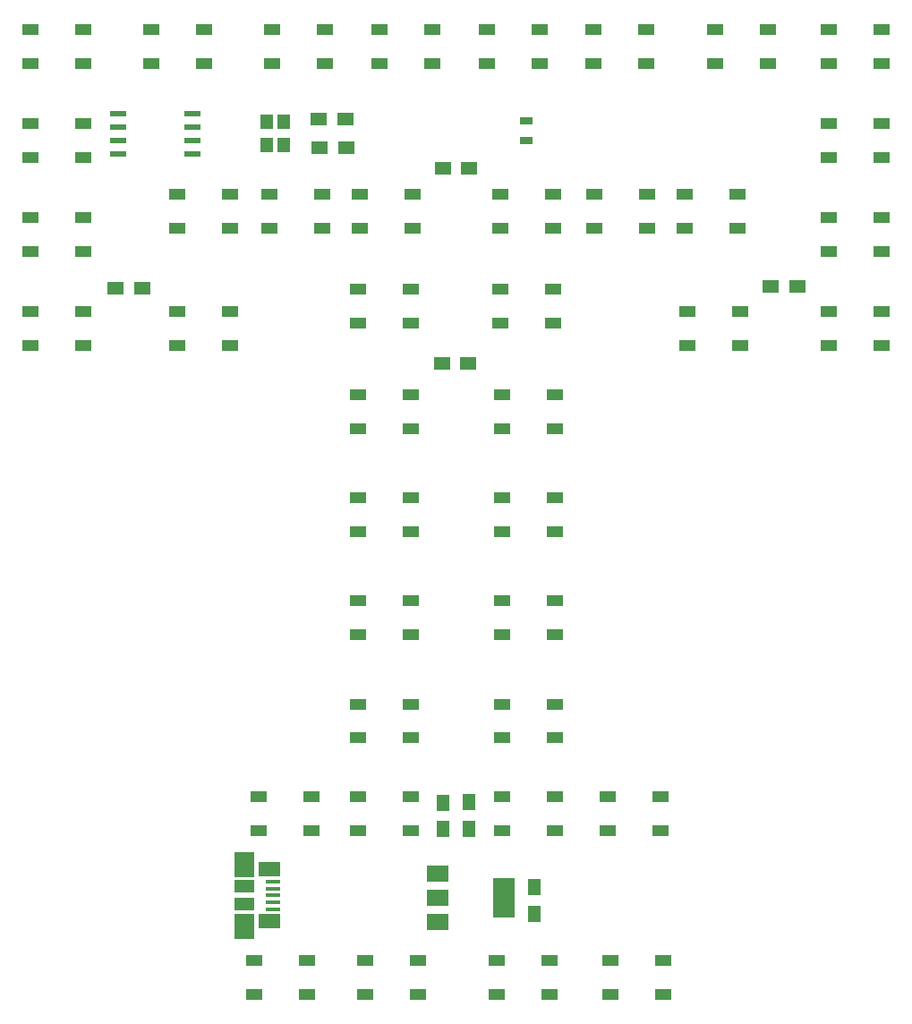
<source format=gbr>
G04 #@! TF.GenerationSoftware,KiCad,Pcbnew,(5.0.0)*
G04 #@! TF.CreationDate,2020-02-18T19:26:41-05:00*
G04 #@! TF.ProjectId,WS2812B Tiny T,575332383132422054696E7920542E6B,rev?*
G04 #@! TF.SameCoordinates,Original*
G04 #@! TF.FileFunction,Paste,Top*
G04 #@! TF.FilePolarity,Positive*
%FSLAX46Y46*%
G04 Gerber Fmt 4.6, Leading zero omitted, Abs format (unit mm)*
G04 Created by KiCad (PCBNEW (5.0.0)) date 02/18/20 19:26:41*
%MOMM*%
%LPD*%
G01*
G04 APERTURE LIST*
%ADD10R,1.600000X1.000000*%
%ADD11R,1.500000X1.250000*%
%ADD12R,1.250000X1.500000*%
%ADD13R,1.300000X0.700000*%
%ADD14R,1.550000X0.600000*%
%ADD15R,1.150000X1.400000*%
%ADD16R,2.100000X1.475000*%
%ADD17R,1.900000X1.175000*%
%ADD18R,1.900000X2.375000*%
%ADD19R,1.380000X0.450000*%
%ADD20R,2.000000X1.500000*%
%ADD21R,2.000000X3.800000*%
G04 APERTURE END LIST*
D10*
G04 #@! TO.C,U1*
X87162000Y-85712500D03*
X87162000Y-88912500D03*
X92162000Y-85712500D03*
X92162000Y-88912500D03*
G04 #@! TD*
G04 #@! TO.C,U2*
X92162000Y-80022500D03*
X92162000Y-76822500D03*
X87162000Y-80022500D03*
X87162000Y-76822500D03*
G04 #@! TD*
G04 #@! TO.C,U3*
X87162000Y-67932500D03*
X87162000Y-71132500D03*
X92162000Y-67932500D03*
X92162000Y-71132500D03*
G04 #@! TD*
G04 #@! TO.C,U4*
X92162000Y-62242500D03*
X92162000Y-59042500D03*
X87162000Y-62242500D03*
X87162000Y-59042500D03*
G04 #@! TD*
G04 #@! TO.C,U5*
X98592000Y-59042500D03*
X98592000Y-62242500D03*
X103592000Y-59042500D03*
X103592000Y-62242500D03*
G04 #@! TD*
G04 #@! TO.C,U6*
X115022000Y-62242500D03*
X115022000Y-59042500D03*
X110022000Y-62242500D03*
X110022000Y-59042500D03*
G04 #@! TD*
G04 #@! TO.C,U7*
X120182000Y-59042500D03*
X120182000Y-62242500D03*
X125182000Y-59042500D03*
X125182000Y-62242500D03*
G04 #@! TD*
G04 #@! TO.C,U8*
X135342000Y-62242500D03*
X135342000Y-59042500D03*
X130342000Y-62242500D03*
X130342000Y-59042500D03*
G04 #@! TD*
G04 #@! TO.C,U9*
X140462000Y-59042500D03*
X140462000Y-62242500D03*
X145462000Y-59042500D03*
X145462000Y-62242500D03*
G04 #@! TD*
G04 #@! TO.C,U10*
X156932000Y-62242500D03*
X156932000Y-59042500D03*
X151932000Y-62242500D03*
X151932000Y-59042500D03*
G04 #@! TD*
G04 #@! TO.C,U11*
X162727000Y-59042500D03*
X162727000Y-62242500D03*
X167727000Y-59042500D03*
X167727000Y-62242500D03*
G04 #@! TD*
G04 #@! TO.C,U12*
X167727000Y-71132500D03*
X167727000Y-67932500D03*
X162727000Y-71132500D03*
X162727000Y-67932500D03*
G04 #@! TD*
G04 #@! TO.C,U13*
X162727000Y-76822500D03*
X162727000Y-80022500D03*
X167727000Y-76822500D03*
X167727000Y-80022500D03*
G04 #@! TD*
G04 #@! TO.C,U15*
X154301000Y-88912500D03*
X154301000Y-85712500D03*
X149301000Y-88912500D03*
X149301000Y-85712500D03*
G04 #@! TD*
G04 #@! TO.C,U16*
X149098000Y-74622500D03*
X149098000Y-77822500D03*
X154098000Y-74622500D03*
X154098000Y-77822500D03*
G04 #@! TD*
G04 #@! TO.C,U17*
X145502000Y-77822500D03*
X145502000Y-74622500D03*
X140502000Y-77822500D03*
X140502000Y-74622500D03*
G04 #@! TD*
G04 #@! TO.C,U18*
X131612000Y-74622500D03*
X131612000Y-77822500D03*
X136612000Y-74622500D03*
X136612000Y-77822500D03*
G04 #@! TD*
G04 #@! TO.C,U19*
X136612000Y-86822500D03*
X136612000Y-83622500D03*
X131612000Y-86822500D03*
X131612000Y-83622500D03*
G04 #@! TD*
G04 #@! TO.C,U20*
X131812000Y-93622500D03*
X131812000Y-96822500D03*
X136812000Y-93622500D03*
X136812000Y-96822500D03*
G04 #@! TD*
G04 #@! TO.C,U21*
X131812000Y-103372500D03*
X131812000Y-106572500D03*
X136812000Y-103372500D03*
X136812000Y-106572500D03*
G04 #@! TD*
G04 #@! TO.C,U22*
X136812000Y-116322500D03*
X136812000Y-113122500D03*
X131812000Y-116322500D03*
X131812000Y-113122500D03*
G04 #@! TD*
G04 #@! TO.C,U23*
X131812000Y-122872500D03*
X131812000Y-126072500D03*
X136812000Y-122872500D03*
X136812000Y-126072500D03*
G04 #@! TD*
G04 #@! TO.C,U24*
X136812000Y-134822500D03*
X136812000Y-131622500D03*
X131812000Y-134822500D03*
X131812000Y-131622500D03*
G04 #@! TD*
G04 #@! TO.C,U25*
X141772000Y-131622500D03*
X141772000Y-134822500D03*
X146772000Y-131622500D03*
X146772000Y-134822500D03*
G04 #@! TD*
G04 #@! TO.C,U26*
X147062000Y-150322500D03*
X147062000Y-147122500D03*
X142062000Y-150322500D03*
X142062000Y-147122500D03*
G04 #@! TD*
G04 #@! TO.C,U27*
X131312000Y-147122500D03*
X131312000Y-150322500D03*
X136312000Y-147122500D03*
X136312000Y-150322500D03*
G04 #@! TD*
G04 #@! TO.C,U28*
X123812000Y-150322500D03*
X123812000Y-147122500D03*
X118812000Y-150322500D03*
X118812000Y-147122500D03*
G04 #@! TD*
G04 #@! TO.C,U29*
X108312000Y-147122500D03*
X108312000Y-150322500D03*
X113312000Y-147122500D03*
X113312000Y-150322500D03*
G04 #@! TD*
G04 #@! TO.C,U30*
X113812000Y-134822500D03*
X113812000Y-131622500D03*
X108812000Y-134822500D03*
X108812000Y-131622500D03*
G04 #@! TD*
G04 #@! TO.C,U31*
X118142000Y-131622500D03*
X118142000Y-134822500D03*
X123142000Y-131622500D03*
X123142000Y-134822500D03*
G04 #@! TD*
G04 #@! TO.C,U32*
X123142000Y-126072500D03*
X123142000Y-122872500D03*
X118142000Y-126072500D03*
X118142000Y-122872500D03*
G04 #@! TD*
G04 #@! TO.C,U33*
X118142000Y-113122500D03*
X118142000Y-116322500D03*
X123142000Y-113122500D03*
X123142000Y-116322500D03*
G04 #@! TD*
G04 #@! TO.C,U34*
X123142000Y-106572500D03*
X123142000Y-103372500D03*
X118142000Y-106572500D03*
X118142000Y-103372500D03*
G04 #@! TD*
G04 #@! TO.C,U35*
X118142000Y-93622500D03*
X118142000Y-96822500D03*
X123142000Y-93622500D03*
X123142000Y-96822500D03*
G04 #@! TD*
G04 #@! TO.C,U36*
X123142000Y-86822500D03*
X123142000Y-83622500D03*
X118142000Y-86822500D03*
X118142000Y-83622500D03*
G04 #@! TD*
G04 #@! TO.C,U37*
X118312000Y-74622500D03*
X118312000Y-77822500D03*
X123312000Y-74622500D03*
X123312000Y-77822500D03*
G04 #@! TD*
G04 #@! TO.C,U38*
X114812000Y-77822500D03*
X114812000Y-74622500D03*
X109812000Y-77822500D03*
X109812000Y-74622500D03*
G04 #@! TD*
G04 #@! TO.C,U39*
X101062000Y-74622500D03*
X101062000Y-77822500D03*
X106062000Y-74622500D03*
X106062000Y-77822500D03*
G04 #@! TD*
G04 #@! TO.C,U14*
X162687000Y-85712500D03*
X162687000Y-88912500D03*
X167687000Y-85712500D03*
X167687000Y-88912500D03*
G04 #@! TD*
D11*
G04 #@! TO.C,C1*
X114554000Y-70231000D03*
X117054000Y-70231000D03*
G04 #@! TD*
G04 #@! TO.C,C2*
X116990500Y-67564000D03*
X114490500Y-67564000D03*
G04 #@! TD*
D12*
G04 #@! TO.C,C3*
X134874000Y-140195500D03*
X134874000Y-142695500D03*
G04 #@! TD*
D11*
G04 #@! TO.C,C4*
X128687000Y-72174100D03*
X126187000Y-72174100D03*
G04 #@! TD*
G04 #@! TO.C,C5*
X97770000Y-83553300D03*
X95270000Y-83553300D03*
G04 #@! TD*
G04 #@! TO.C,C6*
X128626000Y-90614500D03*
X126126000Y-90614500D03*
G04 #@! TD*
G04 #@! TO.C,C7*
X157246000Y-83400900D03*
X159746000Y-83400900D03*
G04 #@! TD*
D12*
G04 #@! TO.C,C8*
X126187000Y-134688500D03*
X126187000Y-132188500D03*
G04 #@! TD*
G04 #@! TO.C,C9*
X128701000Y-132169500D03*
X128701000Y-134669500D03*
G04 #@! TD*
D10*
G04 #@! TO.C,U40*
X101062000Y-85722500D03*
X101062000Y-88922500D03*
X106062000Y-85722500D03*
X106062000Y-88922500D03*
G04 #@! TD*
D13*
G04 #@! TO.C,R1*
X134112000Y-69603700D03*
X134112000Y-67703700D03*
G04 #@! TD*
D14*
G04 #@! TO.C,MCU1*
X102489000Y-70866000D03*
X102489000Y-69596000D03*
X102489000Y-68326000D03*
X102489000Y-67056000D03*
X95489000Y-67056000D03*
X95489000Y-68326000D03*
X95489000Y-69596000D03*
X95489000Y-70861000D03*
G04 #@! TD*
D15*
G04 #@! TO.C,Y1*
X109537500Y-70018000D03*
X109537500Y-67818000D03*
X111137500Y-67818000D03*
X111137500Y-70018000D03*
G04 #@! TD*
D16*
G04 #@! TO.C,USB1*
X109750000Y-143425000D03*
D17*
X107450000Y-141800000D03*
D18*
X107450000Y-138050000D03*
X107450000Y-143875000D03*
D17*
X107450000Y-140125000D03*
D16*
X109750000Y-138500000D03*
D19*
X110110000Y-139662500D03*
X110110000Y-140312500D03*
X110110000Y-140962500D03*
X110110000Y-141612500D03*
X110110000Y-142262500D03*
G04 #@! TD*
D20*
G04 #@! TO.C,U41*
X125700000Y-138911500D03*
X125700000Y-143511500D03*
X125700000Y-141211500D03*
D21*
X132000000Y-141211500D03*
G04 #@! TD*
M02*

</source>
